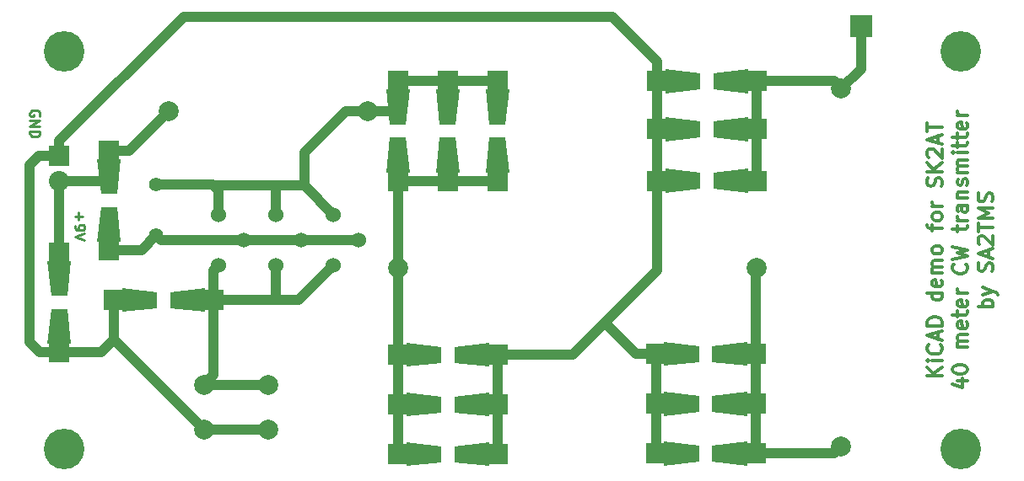
<source format=gbr>
G04 #@! TF.FileFunction,Copper,L1,Top,Signal*
%FSLAX46Y46*%
G04 Gerber Fmt 4.6, Leading zero omitted, Abs format (unit mm)*
G04 Created by KiCad (PCBNEW 4.0.5+dfsg1-4) date Thu Mar 15 19:33:26 2018*
%MOMM*%
%LPD*%
G01*
G04 APERTURE LIST*
%ADD10C,0.100000*%
%ADD11C,0.250000*%
%ADD12C,0.300000*%
%ADD13C,4.064000*%
%ADD14R,2.235200X2.235200*%
%ADD15R,2.032000X2.032000*%
%ADD16O,2.032000X2.032000*%
%ADD17C,1.422400*%
%ADD18C,1.998980*%
%ADD19R,1.998980X1.998980*%
%ADD20C,2.000000*%
%ADD21C,1.524000*%
%ADD22C,1.000000*%
G04 APERTURE END LIST*
D10*
D11*
X52500000Y-86488096D02*
X52547619Y-86392858D01*
X52547619Y-86250001D01*
X52500000Y-86107143D01*
X52404762Y-86011905D01*
X52309524Y-85964286D01*
X52119048Y-85916667D01*
X51976190Y-85916667D01*
X51785714Y-85964286D01*
X51690476Y-86011905D01*
X51595238Y-86107143D01*
X51547619Y-86250001D01*
X51547619Y-86345239D01*
X51595238Y-86488096D01*
X51642857Y-86535715D01*
X51976190Y-86535715D01*
X51976190Y-86345239D01*
X51547619Y-86964286D02*
X52547619Y-86964286D01*
X51547619Y-87535715D01*
X52547619Y-87535715D01*
X51547619Y-88011905D02*
X52547619Y-88011905D01*
X52547619Y-88250000D01*
X52500000Y-88392858D01*
X52404762Y-88488096D01*
X52309524Y-88535715D01*
X52119048Y-88583334D01*
X51976190Y-88583334D01*
X51785714Y-88535715D01*
X51690476Y-88488096D01*
X51595238Y-88392858D01*
X51547619Y-88250000D01*
X51547619Y-88011905D01*
X56428571Y-96214286D02*
X56428571Y-96976191D01*
X56047619Y-96595239D02*
X56809524Y-96595239D01*
X56047619Y-97500000D02*
X56047619Y-97690476D01*
X56095238Y-97785715D01*
X56142857Y-97833334D01*
X56285714Y-97928572D01*
X56476190Y-97976191D01*
X56857143Y-97976191D01*
X56952381Y-97928572D01*
X57000000Y-97880953D01*
X57047619Y-97785715D01*
X57047619Y-97595238D01*
X57000000Y-97500000D01*
X56952381Y-97452381D01*
X56857143Y-97404762D01*
X56619048Y-97404762D01*
X56523810Y-97452381D01*
X56476190Y-97500000D01*
X56428571Y-97595238D01*
X56428571Y-97785715D01*
X56476190Y-97880953D01*
X56523810Y-97928572D01*
X56619048Y-97976191D01*
X57047619Y-98261905D02*
X56047619Y-98595238D01*
X57047619Y-98928572D01*
D12*
X143128571Y-112571427D02*
X141628571Y-112571427D01*
X143128571Y-111714284D02*
X142271429Y-112357141D01*
X141628571Y-111714284D02*
X142485714Y-112571427D01*
X143128571Y-111071427D02*
X142128571Y-111071427D01*
X141628571Y-111071427D02*
X141700000Y-111142856D01*
X141771429Y-111071427D01*
X141700000Y-110999999D01*
X141628571Y-111071427D01*
X141771429Y-111071427D01*
X142985714Y-109499998D02*
X143057143Y-109571427D01*
X143128571Y-109785713D01*
X143128571Y-109928570D01*
X143057143Y-110142855D01*
X142914286Y-110285713D01*
X142771429Y-110357141D01*
X142485714Y-110428570D01*
X142271429Y-110428570D01*
X141985714Y-110357141D01*
X141842857Y-110285713D01*
X141700000Y-110142855D01*
X141628571Y-109928570D01*
X141628571Y-109785713D01*
X141700000Y-109571427D01*
X141771429Y-109499998D01*
X142700000Y-108928570D02*
X142700000Y-108214284D01*
X143128571Y-109071427D02*
X141628571Y-108571427D01*
X143128571Y-108071427D01*
X143128571Y-107571427D02*
X141628571Y-107571427D01*
X141628571Y-107214284D01*
X141700000Y-106999999D01*
X141842857Y-106857141D01*
X141985714Y-106785713D01*
X142271429Y-106714284D01*
X142485714Y-106714284D01*
X142771429Y-106785713D01*
X142914286Y-106857141D01*
X143057143Y-106999999D01*
X143128571Y-107214284D01*
X143128571Y-107571427D01*
X143128571Y-104285713D02*
X141628571Y-104285713D01*
X143057143Y-104285713D02*
X143128571Y-104428570D01*
X143128571Y-104714284D01*
X143057143Y-104857142D01*
X142985714Y-104928570D01*
X142842857Y-104999999D01*
X142414286Y-104999999D01*
X142271429Y-104928570D01*
X142200000Y-104857142D01*
X142128571Y-104714284D01*
X142128571Y-104428570D01*
X142200000Y-104285713D01*
X143057143Y-102999999D02*
X143128571Y-103142856D01*
X143128571Y-103428570D01*
X143057143Y-103571427D01*
X142914286Y-103642856D01*
X142342857Y-103642856D01*
X142200000Y-103571427D01*
X142128571Y-103428570D01*
X142128571Y-103142856D01*
X142200000Y-102999999D01*
X142342857Y-102928570D01*
X142485714Y-102928570D01*
X142628571Y-103642856D01*
X143128571Y-102285713D02*
X142128571Y-102285713D01*
X142271429Y-102285713D02*
X142200000Y-102214285D01*
X142128571Y-102071427D01*
X142128571Y-101857142D01*
X142200000Y-101714285D01*
X142342857Y-101642856D01*
X143128571Y-101642856D01*
X142342857Y-101642856D02*
X142200000Y-101571427D01*
X142128571Y-101428570D01*
X142128571Y-101214285D01*
X142200000Y-101071427D01*
X142342857Y-100999999D01*
X143128571Y-100999999D01*
X143128571Y-100071427D02*
X143057143Y-100214285D01*
X142985714Y-100285713D01*
X142842857Y-100357142D01*
X142414286Y-100357142D01*
X142271429Y-100285713D01*
X142200000Y-100214285D01*
X142128571Y-100071427D01*
X142128571Y-99857142D01*
X142200000Y-99714285D01*
X142271429Y-99642856D01*
X142414286Y-99571427D01*
X142842857Y-99571427D01*
X142985714Y-99642856D01*
X143057143Y-99714285D01*
X143128571Y-99857142D01*
X143128571Y-100071427D01*
X142128571Y-97999999D02*
X142128571Y-97428570D01*
X143128571Y-97785713D02*
X141842857Y-97785713D01*
X141700000Y-97714285D01*
X141628571Y-97571427D01*
X141628571Y-97428570D01*
X143128571Y-96714284D02*
X143057143Y-96857142D01*
X142985714Y-96928570D01*
X142842857Y-96999999D01*
X142414286Y-96999999D01*
X142271429Y-96928570D01*
X142200000Y-96857142D01*
X142128571Y-96714284D01*
X142128571Y-96499999D01*
X142200000Y-96357142D01*
X142271429Y-96285713D01*
X142414286Y-96214284D01*
X142842857Y-96214284D01*
X142985714Y-96285713D01*
X143057143Y-96357142D01*
X143128571Y-96499999D01*
X143128571Y-96714284D01*
X143128571Y-95571427D02*
X142128571Y-95571427D01*
X142414286Y-95571427D02*
X142271429Y-95499999D01*
X142200000Y-95428570D01*
X142128571Y-95285713D01*
X142128571Y-95142856D01*
X143057143Y-93571428D02*
X143128571Y-93357142D01*
X143128571Y-92999999D01*
X143057143Y-92857142D01*
X142985714Y-92785713D01*
X142842857Y-92714285D01*
X142700000Y-92714285D01*
X142557143Y-92785713D01*
X142485714Y-92857142D01*
X142414286Y-92999999D01*
X142342857Y-93285713D01*
X142271429Y-93428571D01*
X142200000Y-93499999D01*
X142057143Y-93571428D01*
X141914286Y-93571428D01*
X141771429Y-93499999D01*
X141700000Y-93428571D01*
X141628571Y-93285713D01*
X141628571Y-92928571D01*
X141700000Y-92714285D01*
X143128571Y-92071428D02*
X141628571Y-92071428D01*
X143128571Y-91214285D02*
X142271429Y-91857142D01*
X141628571Y-91214285D02*
X142485714Y-92071428D01*
X141771429Y-90642857D02*
X141700000Y-90571428D01*
X141628571Y-90428571D01*
X141628571Y-90071428D01*
X141700000Y-89928571D01*
X141771429Y-89857142D01*
X141914286Y-89785714D01*
X142057143Y-89785714D01*
X142271429Y-89857142D01*
X143128571Y-90714285D01*
X143128571Y-89785714D01*
X142700000Y-89214286D02*
X142700000Y-88500000D01*
X143128571Y-89357143D02*
X141628571Y-88857143D01*
X143128571Y-88357143D01*
X141628571Y-88071429D02*
X141628571Y-87214286D01*
X143128571Y-87642857D02*
X141628571Y-87642857D01*
X144678571Y-113107142D02*
X145678571Y-113107142D01*
X144107143Y-113464285D02*
X145178571Y-113821428D01*
X145178571Y-112892856D01*
X144178571Y-112035714D02*
X144178571Y-111892857D01*
X144250000Y-111750000D01*
X144321429Y-111678571D01*
X144464286Y-111607142D01*
X144750000Y-111535714D01*
X145107143Y-111535714D01*
X145392857Y-111607142D01*
X145535714Y-111678571D01*
X145607143Y-111750000D01*
X145678571Y-111892857D01*
X145678571Y-112035714D01*
X145607143Y-112178571D01*
X145535714Y-112250000D01*
X145392857Y-112321428D01*
X145107143Y-112392857D01*
X144750000Y-112392857D01*
X144464286Y-112321428D01*
X144321429Y-112250000D01*
X144250000Y-112178571D01*
X144178571Y-112035714D01*
X145678571Y-109750000D02*
X144678571Y-109750000D01*
X144821429Y-109750000D02*
X144750000Y-109678572D01*
X144678571Y-109535714D01*
X144678571Y-109321429D01*
X144750000Y-109178572D01*
X144892857Y-109107143D01*
X145678571Y-109107143D01*
X144892857Y-109107143D02*
X144750000Y-109035714D01*
X144678571Y-108892857D01*
X144678571Y-108678572D01*
X144750000Y-108535714D01*
X144892857Y-108464286D01*
X145678571Y-108464286D01*
X145607143Y-107178572D02*
X145678571Y-107321429D01*
X145678571Y-107607143D01*
X145607143Y-107750000D01*
X145464286Y-107821429D01*
X144892857Y-107821429D01*
X144750000Y-107750000D01*
X144678571Y-107607143D01*
X144678571Y-107321429D01*
X144750000Y-107178572D01*
X144892857Y-107107143D01*
X145035714Y-107107143D01*
X145178571Y-107821429D01*
X144678571Y-106678572D02*
X144678571Y-106107143D01*
X144178571Y-106464286D02*
X145464286Y-106464286D01*
X145607143Y-106392858D01*
X145678571Y-106250000D01*
X145678571Y-106107143D01*
X145607143Y-105035715D02*
X145678571Y-105178572D01*
X145678571Y-105464286D01*
X145607143Y-105607143D01*
X145464286Y-105678572D01*
X144892857Y-105678572D01*
X144750000Y-105607143D01*
X144678571Y-105464286D01*
X144678571Y-105178572D01*
X144750000Y-105035715D01*
X144892857Y-104964286D01*
X145035714Y-104964286D01*
X145178571Y-105678572D01*
X145678571Y-104321429D02*
X144678571Y-104321429D01*
X144964286Y-104321429D02*
X144821429Y-104250001D01*
X144750000Y-104178572D01*
X144678571Y-104035715D01*
X144678571Y-103892858D01*
X145535714Y-101392858D02*
X145607143Y-101464287D01*
X145678571Y-101678573D01*
X145678571Y-101821430D01*
X145607143Y-102035715D01*
X145464286Y-102178573D01*
X145321429Y-102250001D01*
X145035714Y-102321430D01*
X144821429Y-102321430D01*
X144535714Y-102250001D01*
X144392857Y-102178573D01*
X144250000Y-102035715D01*
X144178571Y-101821430D01*
X144178571Y-101678573D01*
X144250000Y-101464287D01*
X144321429Y-101392858D01*
X144178571Y-100892858D02*
X145678571Y-100535715D01*
X144607143Y-100250001D01*
X145678571Y-99964287D01*
X144178571Y-99607144D01*
X144678571Y-98107144D02*
X144678571Y-97535715D01*
X144178571Y-97892858D02*
X145464286Y-97892858D01*
X145607143Y-97821430D01*
X145678571Y-97678572D01*
X145678571Y-97535715D01*
X145678571Y-97035715D02*
X144678571Y-97035715D01*
X144964286Y-97035715D02*
X144821429Y-96964287D01*
X144750000Y-96892858D01*
X144678571Y-96750001D01*
X144678571Y-96607144D01*
X145678571Y-95464287D02*
X144892857Y-95464287D01*
X144750000Y-95535716D01*
X144678571Y-95678573D01*
X144678571Y-95964287D01*
X144750000Y-96107144D01*
X145607143Y-95464287D02*
X145678571Y-95607144D01*
X145678571Y-95964287D01*
X145607143Y-96107144D01*
X145464286Y-96178573D01*
X145321429Y-96178573D01*
X145178571Y-96107144D01*
X145107143Y-95964287D01*
X145107143Y-95607144D01*
X145035714Y-95464287D01*
X144678571Y-94750001D02*
X145678571Y-94750001D01*
X144821429Y-94750001D02*
X144750000Y-94678573D01*
X144678571Y-94535715D01*
X144678571Y-94321430D01*
X144750000Y-94178573D01*
X144892857Y-94107144D01*
X145678571Y-94107144D01*
X145607143Y-93464287D02*
X145678571Y-93321430D01*
X145678571Y-93035715D01*
X145607143Y-92892858D01*
X145464286Y-92821430D01*
X145392857Y-92821430D01*
X145250000Y-92892858D01*
X145178571Y-93035715D01*
X145178571Y-93250001D01*
X145107143Y-93392858D01*
X144964286Y-93464287D01*
X144892857Y-93464287D01*
X144750000Y-93392858D01*
X144678571Y-93250001D01*
X144678571Y-93035715D01*
X144750000Y-92892858D01*
X145678571Y-92178572D02*
X144678571Y-92178572D01*
X144821429Y-92178572D02*
X144750000Y-92107144D01*
X144678571Y-91964286D01*
X144678571Y-91750001D01*
X144750000Y-91607144D01*
X144892857Y-91535715D01*
X145678571Y-91535715D01*
X144892857Y-91535715D02*
X144750000Y-91464286D01*
X144678571Y-91321429D01*
X144678571Y-91107144D01*
X144750000Y-90964286D01*
X144892857Y-90892858D01*
X145678571Y-90892858D01*
X145678571Y-90178572D02*
X144678571Y-90178572D01*
X144178571Y-90178572D02*
X144250000Y-90250001D01*
X144321429Y-90178572D01*
X144250000Y-90107144D01*
X144178571Y-90178572D01*
X144321429Y-90178572D01*
X144678571Y-89678572D02*
X144678571Y-89107143D01*
X144178571Y-89464286D02*
X145464286Y-89464286D01*
X145607143Y-89392858D01*
X145678571Y-89250000D01*
X145678571Y-89107143D01*
X144678571Y-88821429D02*
X144678571Y-88250000D01*
X144178571Y-88607143D02*
X145464286Y-88607143D01*
X145607143Y-88535715D01*
X145678571Y-88392857D01*
X145678571Y-88250000D01*
X145607143Y-87178572D02*
X145678571Y-87321429D01*
X145678571Y-87607143D01*
X145607143Y-87750000D01*
X145464286Y-87821429D01*
X144892857Y-87821429D01*
X144750000Y-87750000D01*
X144678571Y-87607143D01*
X144678571Y-87321429D01*
X144750000Y-87178572D01*
X144892857Y-87107143D01*
X145035714Y-87107143D01*
X145178571Y-87821429D01*
X145678571Y-86464286D02*
X144678571Y-86464286D01*
X144964286Y-86464286D02*
X144821429Y-86392858D01*
X144750000Y-86321429D01*
X144678571Y-86178572D01*
X144678571Y-86035715D01*
X148228571Y-105678570D02*
X146728571Y-105678570D01*
X147300000Y-105678570D02*
X147228571Y-105535713D01*
X147228571Y-105249999D01*
X147300000Y-105107142D01*
X147371429Y-105035713D01*
X147514286Y-104964284D01*
X147942857Y-104964284D01*
X148085714Y-105035713D01*
X148157143Y-105107142D01*
X148228571Y-105249999D01*
X148228571Y-105535713D01*
X148157143Y-105678570D01*
X147228571Y-104464284D02*
X148228571Y-104107141D01*
X147228571Y-103749999D02*
X148228571Y-104107141D01*
X148585714Y-104249999D01*
X148657143Y-104321427D01*
X148728571Y-104464284D01*
X148157143Y-102107142D02*
X148228571Y-101892856D01*
X148228571Y-101535713D01*
X148157143Y-101392856D01*
X148085714Y-101321427D01*
X147942857Y-101249999D01*
X147800000Y-101249999D01*
X147657143Y-101321427D01*
X147585714Y-101392856D01*
X147514286Y-101535713D01*
X147442857Y-101821427D01*
X147371429Y-101964285D01*
X147300000Y-102035713D01*
X147157143Y-102107142D01*
X147014286Y-102107142D01*
X146871429Y-102035713D01*
X146800000Y-101964285D01*
X146728571Y-101821427D01*
X146728571Y-101464285D01*
X146800000Y-101249999D01*
X147800000Y-100678571D02*
X147800000Y-99964285D01*
X148228571Y-100821428D02*
X146728571Y-100321428D01*
X148228571Y-99821428D01*
X146871429Y-99392857D02*
X146800000Y-99321428D01*
X146728571Y-99178571D01*
X146728571Y-98821428D01*
X146800000Y-98678571D01*
X146871429Y-98607142D01*
X147014286Y-98535714D01*
X147157143Y-98535714D01*
X147371429Y-98607142D01*
X148228571Y-99464285D01*
X148228571Y-98535714D01*
X146728571Y-98107143D02*
X146728571Y-97250000D01*
X148228571Y-97678571D02*
X146728571Y-97678571D01*
X148228571Y-96750000D02*
X146728571Y-96750000D01*
X147800000Y-96250000D01*
X146728571Y-95750000D01*
X148228571Y-95750000D01*
X148157143Y-95107143D02*
X148228571Y-94892857D01*
X148228571Y-94535714D01*
X148157143Y-94392857D01*
X148085714Y-94321428D01*
X147942857Y-94250000D01*
X147800000Y-94250000D01*
X147657143Y-94321428D01*
X147585714Y-94392857D01*
X147514286Y-94535714D01*
X147442857Y-94821428D01*
X147371429Y-94964286D01*
X147300000Y-95035714D01*
X147157143Y-95107143D01*
X147014286Y-95107143D01*
X146871429Y-95035714D01*
X146800000Y-94964286D01*
X146728571Y-94821428D01*
X146728571Y-94464286D01*
X146800000Y-94250000D01*
D13*
X55000000Y-80000000D03*
X55000000Y-120000000D03*
X145000000Y-120000000D03*
D14*
X135000000Y-77500000D03*
D15*
X54500000Y-90460000D03*
D16*
X54500000Y-93000000D03*
D17*
X64250000Y-98500000D03*
X64250000Y-93420000D03*
D18*
X65500040Y-86000000D03*
X85500000Y-86000000D03*
D13*
X145000000Y-80000000D03*
D10*
G36*
X53301120Y-101086940D02*
X55698880Y-101086940D01*
X55300100Y-104587060D01*
X53699900Y-104587060D01*
X53301120Y-101086940D01*
X53301120Y-101086940D01*
G37*
G36*
X55698880Y-109413060D02*
X53301120Y-109413060D01*
X53699900Y-105912940D01*
X55300100Y-105912940D01*
X55698880Y-109413060D01*
X55698880Y-109413060D01*
G37*
D19*
X54500000Y-100248740D03*
X54500000Y-110251260D03*
D10*
G36*
X69164320Y-103801120D02*
X69164320Y-106198880D01*
X65664200Y-105800100D01*
X65664200Y-104199900D01*
X69164320Y-103801120D01*
X69164320Y-103801120D01*
G37*
G36*
X60838200Y-106198880D02*
X60838200Y-103801120D01*
X64338320Y-104199900D01*
X64338320Y-105800100D01*
X60838200Y-106198880D01*
X60838200Y-106198880D01*
G37*
D19*
X70002520Y-105000000D03*
X60000000Y-105000000D03*
D10*
G36*
X87301120Y-83838200D02*
X89698880Y-83838200D01*
X89300100Y-87338320D01*
X87699900Y-87338320D01*
X87301120Y-83838200D01*
X87301120Y-83838200D01*
G37*
G36*
X89698880Y-92164320D02*
X87301120Y-92164320D01*
X87699900Y-88664200D01*
X89300100Y-88664200D01*
X89698880Y-92164320D01*
X89698880Y-92164320D01*
G37*
D19*
X88500000Y-83000000D03*
X88500000Y-93002520D03*
D10*
G36*
X92301120Y-83838200D02*
X94698880Y-83838200D01*
X94300100Y-87338320D01*
X92699900Y-87338320D01*
X92301120Y-83838200D01*
X92301120Y-83838200D01*
G37*
G36*
X94698880Y-92164320D02*
X92301120Y-92164320D01*
X92699900Y-88664200D01*
X94300100Y-88664200D01*
X94698880Y-92164320D01*
X94698880Y-92164320D01*
G37*
D19*
X93500000Y-83000000D03*
X93500000Y-93002520D03*
D10*
G36*
X97301120Y-83838200D02*
X99698880Y-83838200D01*
X99300100Y-87338320D01*
X97699900Y-87338320D01*
X97301120Y-83838200D01*
X97301120Y-83838200D01*
G37*
G36*
X99698880Y-92164320D02*
X97301120Y-92164320D01*
X97699900Y-88664200D01*
X99300100Y-88664200D01*
X99698880Y-92164320D01*
X99698880Y-92164320D01*
G37*
D19*
X98500000Y-83000000D03*
X98500000Y-93002520D03*
D10*
G36*
X89338200Y-121698880D02*
X89338200Y-119301120D01*
X92838320Y-119699900D01*
X92838320Y-121300100D01*
X89338200Y-121698880D01*
X89338200Y-121698880D01*
G37*
G36*
X97664320Y-119301120D02*
X97664320Y-121698880D01*
X94164200Y-121300100D01*
X94164200Y-119699900D01*
X97664320Y-119301120D01*
X97664320Y-119301120D01*
G37*
D19*
X88500000Y-120500000D03*
X98502520Y-120500000D03*
D10*
G36*
X89338200Y-116698880D02*
X89338200Y-114301120D01*
X92838320Y-114699900D01*
X92838320Y-116300100D01*
X89338200Y-116698880D01*
X89338200Y-116698880D01*
G37*
G36*
X97664320Y-114301120D02*
X97664320Y-116698880D01*
X94164200Y-116300100D01*
X94164200Y-114699900D01*
X97664320Y-114301120D01*
X97664320Y-114301120D01*
G37*
D19*
X88500000Y-115500000D03*
X98502520Y-115500000D03*
D10*
G36*
X89338200Y-111698880D02*
X89338200Y-109301120D01*
X92838320Y-109699900D01*
X92838320Y-111300100D01*
X89338200Y-111698880D01*
X89338200Y-111698880D01*
G37*
G36*
X97664320Y-109301120D02*
X97664320Y-111698880D01*
X94164200Y-111300100D01*
X94164200Y-109699900D01*
X97664320Y-109301120D01*
X97664320Y-109301120D01*
G37*
D19*
X88500000Y-110500000D03*
X98502520Y-110500000D03*
D10*
G36*
X123552945Y-119228481D02*
X123552945Y-121626241D01*
X120052825Y-121227461D01*
X120052825Y-119627261D01*
X123552945Y-119228481D01*
X123552945Y-119228481D01*
G37*
G36*
X115226825Y-121626241D02*
X115226825Y-119228481D01*
X118726945Y-119627261D01*
X118726945Y-121227461D01*
X115226825Y-121626241D01*
X115226825Y-121626241D01*
G37*
D19*
X124391145Y-120427361D03*
X114388625Y-120427361D03*
D10*
G36*
X123552945Y-114228481D02*
X123552945Y-116626241D01*
X120052825Y-116227461D01*
X120052825Y-114627261D01*
X123552945Y-114228481D01*
X123552945Y-114228481D01*
G37*
G36*
X115226825Y-116626241D02*
X115226825Y-114228481D01*
X118726945Y-114627261D01*
X118726945Y-116227461D01*
X115226825Y-116626241D01*
X115226825Y-116626241D01*
G37*
D19*
X124391145Y-115427361D03*
X114388625Y-115427361D03*
D10*
G36*
X123552945Y-109228481D02*
X123552945Y-111626241D01*
X120052825Y-111227461D01*
X120052825Y-109627261D01*
X123552945Y-109228481D01*
X123552945Y-109228481D01*
G37*
G36*
X115226825Y-111626241D02*
X115226825Y-109228481D01*
X118726945Y-109627261D01*
X118726945Y-111227461D01*
X115226825Y-111626241D01*
X115226825Y-111626241D01*
G37*
D19*
X124391145Y-110427361D03*
X114388625Y-110427361D03*
D10*
G36*
X123684927Y-91801120D02*
X123684927Y-94198880D01*
X120184807Y-93800100D01*
X120184807Y-92199900D01*
X123684927Y-91801120D01*
X123684927Y-91801120D01*
G37*
G36*
X115358807Y-94198880D02*
X115358807Y-91801120D01*
X118858927Y-92199900D01*
X118858927Y-93800100D01*
X115358807Y-94198880D01*
X115358807Y-94198880D01*
G37*
D19*
X124523127Y-93000000D03*
X114520607Y-93000000D03*
D10*
G36*
X123684927Y-86626952D02*
X123684927Y-89024712D01*
X120184807Y-88625932D01*
X120184807Y-87025732D01*
X123684927Y-86626952D01*
X123684927Y-86626952D01*
G37*
G36*
X115358807Y-89024712D02*
X115358807Y-86626952D01*
X118858927Y-87025732D01*
X118858927Y-88625932D01*
X115358807Y-89024712D01*
X115358807Y-89024712D01*
G37*
D19*
X124523127Y-87825832D03*
X114520607Y-87825832D03*
D10*
G36*
X123684927Y-81801120D02*
X123684927Y-84198880D01*
X120184807Y-83800100D01*
X120184807Y-82199900D01*
X123684927Y-81801120D01*
X123684927Y-81801120D01*
G37*
G36*
X115358807Y-84198880D02*
X115358807Y-81801120D01*
X118858927Y-82199900D01*
X118858927Y-83800100D01*
X115358807Y-84198880D01*
X115358807Y-84198880D01*
G37*
D19*
X124523127Y-83000000D03*
X114520607Y-83000000D03*
D20*
X69000000Y-118000000D03*
X69000000Y-113500000D03*
X75500000Y-118000000D03*
X75500000Y-113500000D03*
D21*
X84540000Y-98960000D03*
X82000000Y-101500000D03*
X82000000Y-96420000D03*
D10*
G36*
X60698880Y-99163060D02*
X58301120Y-99163060D01*
X58699900Y-95662940D01*
X60300100Y-95662940D01*
X60698880Y-99163060D01*
X60698880Y-99163060D01*
G37*
G36*
X58301120Y-90836940D02*
X60698880Y-90836940D01*
X60300100Y-94337060D01*
X58699900Y-94337060D01*
X58301120Y-90836940D01*
X58301120Y-90836940D01*
G37*
D19*
X59500000Y-100001260D03*
X59500000Y-89998740D03*
D20*
X133000000Y-119750000D03*
X133000000Y-83750000D03*
X88500000Y-101750000D03*
X124500000Y-101750000D03*
D21*
X78750000Y-99000000D03*
X76210000Y-101540000D03*
X76210000Y-96460000D03*
X73000000Y-99000000D03*
X70460000Y-101540000D03*
X70460000Y-96460000D03*
D22*
X135000000Y-77500000D02*
X135000000Y-81750000D01*
X135000000Y-81750000D02*
X133000000Y-83750000D01*
X124523127Y-83000000D02*
X132250000Y-83000000D01*
X132250000Y-83000000D02*
X133000000Y-83750000D01*
X121934867Y-93000000D02*
X124523127Y-93000000D01*
X121934867Y-87825832D02*
X124523127Y-87825832D01*
X121934867Y-83000000D02*
X124523127Y-83000000D01*
X124523127Y-87825832D02*
X124523127Y-83000000D01*
X124523127Y-93000000D02*
X124523127Y-87825832D01*
X54500000Y-93000000D02*
X59087000Y-93000000D01*
X59087000Y-93000000D02*
X59500000Y-92587000D01*
X54500000Y-93000000D02*
X54500000Y-100248740D01*
X54500000Y-102837000D02*
X54500000Y-100248740D01*
X59500000Y-89998740D02*
X61501300Y-89998740D01*
X61501300Y-89998740D02*
X65500040Y-86000000D01*
X59500000Y-92587000D02*
X59500000Y-89998740D01*
X54500000Y-110251260D02*
X52500510Y-110251260D01*
X52500510Y-110251260D02*
X51500000Y-109250750D01*
X51500000Y-109250750D02*
X51500000Y-91444000D01*
X51500000Y-91444000D02*
X52484000Y-90460000D01*
X52484000Y-90460000D02*
X54500000Y-90460000D01*
X54500000Y-89000000D02*
X54500000Y-90460000D01*
X54500000Y-110251260D02*
X58748740Y-110251260D01*
X58748740Y-110251260D02*
X60000000Y-109000000D01*
X54500000Y-110251260D02*
X54500000Y-107663000D01*
X110020097Y-76500000D02*
X114520607Y-81000510D01*
X114520607Y-81000510D02*
X114520607Y-83000000D01*
X54500000Y-89000000D02*
X67000000Y-76500000D01*
X67000000Y-76500000D02*
X110020097Y-76500000D01*
X114520607Y-101979393D02*
X109250000Y-107250000D01*
X114520607Y-93000000D02*
X114520607Y-101979393D01*
X109250000Y-107250000D02*
X106000000Y-110500000D01*
X114388625Y-110427361D02*
X112389135Y-110427361D01*
X112389135Y-110427361D02*
X109250000Y-107288226D01*
X109250000Y-107288226D02*
X109250000Y-107250000D01*
X106000000Y-110500000D02*
X98502520Y-110500000D01*
X69000000Y-118000000D02*
X60000000Y-109000000D01*
X60000000Y-109000000D02*
X60000000Y-105000000D01*
X75500000Y-118000000D02*
X69000000Y-118000000D01*
X62588260Y-105000000D02*
X60000000Y-105000000D01*
X98502520Y-115500000D02*
X98502520Y-110500000D01*
X98502520Y-120500000D02*
X98502520Y-115500000D01*
X98502520Y-110500000D02*
X95914260Y-110500000D01*
X95914260Y-115500000D02*
X98502520Y-115500000D01*
X98502520Y-120500000D02*
X95914260Y-120500000D01*
X114388625Y-120427361D02*
X116976885Y-120427361D01*
X114388625Y-115427361D02*
X114388625Y-120427361D01*
X114388625Y-115427361D02*
X116976885Y-115427361D01*
X114388625Y-110427361D02*
X114388625Y-115427361D01*
X114388625Y-110427361D02*
X116976885Y-110427361D01*
X114520607Y-87825832D02*
X114520607Y-93000000D01*
X114520607Y-83000000D02*
X114520607Y-87825832D01*
X117108867Y-83000000D02*
X114520607Y-83000000D01*
X117108867Y-87825832D02*
X114520607Y-87825832D01*
X117108867Y-93000000D02*
X114520607Y-93000000D01*
X70002520Y-105000000D02*
X70002520Y-101997480D01*
X70002520Y-101997480D02*
X70460000Y-101540000D01*
X70002520Y-105000000D02*
X76000000Y-105000000D01*
X76000000Y-105000000D02*
X78500000Y-105000000D01*
X76210000Y-101540000D02*
X76210000Y-104790000D01*
X76210000Y-104790000D02*
X76000000Y-105000000D01*
X78500000Y-105000000D02*
X82000000Y-101500000D01*
X75500000Y-113500000D02*
X69000000Y-113500000D01*
X70002520Y-105000000D02*
X70002520Y-112497480D01*
X70002520Y-112497480D02*
X69000000Y-113500000D01*
X67414260Y-105000000D02*
X70002520Y-105000000D01*
X70460000Y-96460000D02*
X70460000Y-93960000D01*
X70460000Y-93960000D02*
X70000000Y-93500000D01*
X70000000Y-93500000D02*
X69920000Y-93420000D01*
X69920000Y-93420000D02*
X64250000Y-93420000D01*
X70000000Y-93500000D02*
X76250000Y-93500000D01*
X76250000Y-93500000D02*
X79080000Y-93500000D01*
X76250000Y-95342370D02*
X76250000Y-93500000D01*
X76210000Y-96460000D02*
X76210000Y-95382370D01*
X76210000Y-95382370D02*
X76250000Y-95342370D01*
X85500000Y-86000000D02*
X88088260Y-86000000D01*
X88088260Y-86000000D02*
X88500000Y-85588260D01*
X79080000Y-93500000D02*
X79080000Y-90170000D01*
X79080000Y-90170000D02*
X83250000Y-86000000D01*
X83250000Y-86000000D02*
X85500000Y-86000000D01*
X79080000Y-93500000D02*
X82000000Y-96420000D01*
X93500000Y-83000000D02*
X88500000Y-83000000D01*
X98500000Y-83000000D02*
X93500000Y-83000000D01*
X98500000Y-85588260D02*
X98500000Y-83000000D01*
X93500000Y-85588260D02*
X93500000Y-83000000D01*
X88500000Y-85588260D02*
X88500000Y-83000000D01*
X88500000Y-110500000D02*
X88500000Y-101750000D01*
X88500000Y-93002520D02*
X88500000Y-101750000D01*
X88500000Y-93002520D02*
X88500000Y-90414260D01*
X93500000Y-90414260D02*
X93500000Y-93002520D01*
X98500000Y-93002520D02*
X98500000Y-90414260D01*
X93500000Y-93002520D02*
X98500000Y-93002520D01*
X88500000Y-93002520D02*
X93500000Y-93002520D01*
X88500000Y-115500000D02*
X88500000Y-110500000D01*
X88500000Y-120500000D02*
X88500000Y-115500000D01*
X91088260Y-110500000D02*
X88500000Y-110500000D01*
X88500000Y-115500000D02*
X91088260Y-115500000D01*
X91088260Y-120500000D02*
X88500000Y-120500000D01*
X124391145Y-120427361D02*
X132322639Y-120427361D01*
X132322639Y-120427361D02*
X133000000Y-119750000D01*
X124391145Y-110427361D02*
X124391145Y-101858855D01*
X124391145Y-101858855D02*
X124500000Y-101750000D01*
X124391145Y-115427361D02*
X124391145Y-110427361D01*
X124391145Y-120427361D02*
X124391145Y-115427361D01*
X124391145Y-120427361D02*
X121802885Y-120427361D01*
X124391145Y-115427361D02*
X121802885Y-115427361D01*
X124391145Y-110427361D02*
X121802885Y-110427361D01*
X84540000Y-98960000D02*
X78790000Y-98960000D01*
X78790000Y-98960000D02*
X78750000Y-99000000D01*
X78750000Y-99000000D02*
X73000000Y-99000000D01*
X73000000Y-99000000D02*
X64750000Y-99000000D01*
X64750000Y-99000000D02*
X64250000Y-98500000D01*
X59500000Y-100001260D02*
X62748740Y-100001260D01*
X62748740Y-100001260D02*
X64250000Y-98500000D01*
X59500000Y-97413000D02*
X59500000Y-100001260D01*
X84500000Y-99000000D02*
X84540000Y-98960000D01*
M02*

</source>
